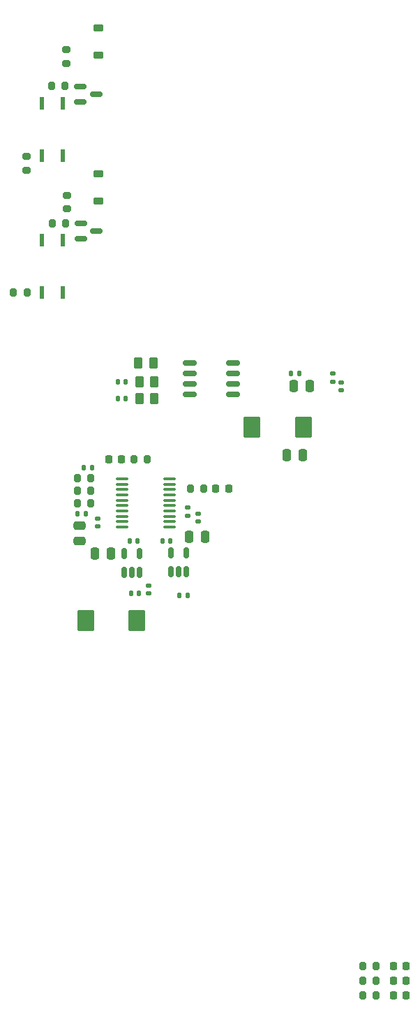
<source format=gbr>
%TF.GenerationSoftware,KiCad,Pcbnew,8.0.6*%
%TF.CreationDate,2024-12-05T11:31:46+01:00*%
%TF.ProjectId,BANBEL,42414e42-454c-42e6-9b69-6361645f7063,1.01*%
%TF.SameCoordinates,Original*%
%TF.FileFunction,Paste,Top*%
%TF.FilePolarity,Positive*%
%FSLAX46Y46*%
G04 Gerber Fmt 4.6, Leading zero omitted, Abs format (unit mm)*
G04 Created by KiCad (PCBNEW 8.0.6) date 2024-12-05 11:31:46*
%MOMM*%
%LPD*%
G01*
G04 APERTURE LIST*
G04 Aperture macros list*
%AMRoundRect*
0 Rectangle with rounded corners*
0 $1 Rounding radius*
0 $2 $3 $4 $5 $6 $7 $8 $9 X,Y pos of 4 corners*
0 Add a 4 corners polygon primitive as box body*
4,1,4,$2,$3,$4,$5,$6,$7,$8,$9,$2,$3,0*
0 Add four circle primitives for the rounded corners*
1,1,$1+$1,$2,$3*
1,1,$1+$1,$4,$5*
1,1,$1+$1,$6,$7*
1,1,$1+$1,$8,$9*
0 Add four rect primitives between the rounded corners*
20,1,$1+$1,$2,$3,$4,$5,0*
20,1,$1+$1,$4,$5,$6,$7,0*
20,1,$1+$1,$6,$7,$8,$9,0*
20,1,$1+$1,$8,$9,$2,$3,0*%
G04 Aperture macros list end*
%ADD10RoundRect,0.250000X0.250000X0.475000X-0.250000X0.475000X-0.250000X-0.475000X0.250000X-0.475000X0*%
%ADD11RoundRect,0.140000X0.170000X-0.140000X0.170000X0.140000X-0.170000X0.140000X-0.170000X-0.140000X0*%
%ADD12RoundRect,0.218750X0.218750X0.256250X-0.218750X0.256250X-0.218750X-0.256250X0.218750X-0.256250X0*%
%ADD13RoundRect,0.200000X0.200000X0.275000X-0.200000X0.275000X-0.200000X-0.275000X0.200000X-0.275000X0*%
%ADD14RoundRect,0.250000X0.787500X1.025000X-0.787500X1.025000X-0.787500X-1.025000X0.787500X-1.025000X0*%
%ADD15RoundRect,0.225000X-0.375000X0.225000X-0.375000X-0.225000X0.375000X-0.225000X0.375000X0.225000X0*%
%ADD16RoundRect,0.200000X-0.200000X-0.275000X0.200000X-0.275000X0.200000X0.275000X-0.200000X0.275000X0*%
%ADD17RoundRect,0.140000X0.140000X0.170000X-0.140000X0.170000X-0.140000X-0.170000X0.140000X-0.170000X0*%
%ADD18RoundRect,0.140000X-0.140000X-0.170000X0.140000X-0.170000X0.140000X0.170000X-0.140000X0.170000X0*%
%ADD19RoundRect,0.200000X0.275000X-0.200000X0.275000X0.200000X-0.275000X0.200000X-0.275000X-0.200000X0*%
%ADD20RoundRect,0.250000X-0.262500X-0.450000X0.262500X-0.450000X0.262500X0.450000X-0.262500X0.450000X0*%
%ADD21RoundRect,0.150000X0.150000X-0.512500X0.150000X0.512500X-0.150000X0.512500X-0.150000X-0.512500X0*%
%ADD22RoundRect,0.225000X-0.225000X-0.250000X0.225000X-0.250000X0.225000X0.250000X-0.225000X0.250000X0*%
%ADD23RoundRect,0.100000X0.637500X0.100000X-0.637500X0.100000X-0.637500X-0.100000X0.637500X-0.100000X0*%
%ADD24RoundRect,0.135000X0.135000X0.185000X-0.135000X0.185000X-0.135000X-0.185000X0.135000X-0.185000X0*%
%ADD25RoundRect,0.150000X-0.675000X-0.150000X0.675000X-0.150000X0.675000X0.150000X-0.675000X0.150000X0*%
%ADD26R,0.600000X1.500000*%
%ADD27RoundRect,0.225000X0.225000X0.250000X-0.225000X0.250000X-0.225000X-0.250000X0.225000X-0.250000X0*%
%ADD28RoundRect,0.250000X-0.475000X0.250000X-0.475000X-0.250000X0.475000X-0.250000X0.475000X0.250000X0*%
%ADD29RoundRect,0.150000X-0.587500X-0.150000X0.587500X-0.150000X0.587500X0.150000X-0.587500X0.150000X0*%
%ADD30RoundRect,0.140000X-0.170000X0.140000X-0.170000X-0.140000X0.170000X-0.140000X0.170000X0.140000X0*%
%ADD31RoundRect,0.250000X-0.250000X-0.475000X0.250000X-0.475000X0.250000X0.475000X-0.250000X0.475000X0*%
G04 APERTURE END LIST*
D10*
%TO.C,C4*%
X104249500Y-83058000D03*
X102349500Y-83058000D03*
%TD*%
D11*
%TO.C,C6*%
X85598000Y-99771000D03*
X85598000Y-98811000D03*
%TD*%
D12*
%TO.C,D2*%
X116840000Y-146812000D03*
X115265000Y-146812000D03*
%TD*%
D13*
%TO.C,R3*%
X113194600Y-145034000D03*
X111544600Y-145034000D03*
%TD*%
%TO.C,R4*%
X113194600Y-146812000D03*
X111544600Y-146812000D03*
%TD*%
%TO.C,R5*%
X113194600Y-148539200D03*
X111544600Y-148539200D03*
%TD*%
D14*
%TO.C,C1*%
X84138500Y-103124000D03*
X77913500Y-103124000D03*
%TD*%
D12*
%TO.C,D1*%
X116840000Y-145034000D03*
X115265000Y-145034000D03*
%TD*%
%TO.C,D3*%
X116840000Y-148590000D03*
X115265000Y-148590000D03*
%TD*%
D15*
%TO.C,D4*%
X79502000Y-31244000D03*
X79502000Y-34544000D03*
%TD*%
D16*
%TO.C,R8*%
X69138800Y-63296800D03*
X70788800Y-63296800D03*
%TD*%
%TO.C,R13*%
X76899000Y-88900000D03*
X78549000Y-88900000D03*
%TD*%
D17*
%TO.C,C10*%
X88209000Y-93395800D03*
X87249000Y-93395800D03*
%TD*%
D13*
%TO.C,R15*%
X85407000Y-83566000D03*
X83757000Y-83566000D03*
%TD*%
D18*
%TO.C,C3*%
X83241000Y-93395800D03*
X84201000Y-93395800D03*
%TD*%
D19*
%TO.C,R17*%
X75565000Y-35496000D03*
X75565000Y-33846000D03*
%TD*%
D20*
%TO.C,R2*%
X84431500Y-74168000D03*
X86256500Y-74168000D03*
%TD*%
D21*
%TO.C,U5*%
X88265000Y-97149500D03*
X89215000Y-97149500D03*
X90165000Y-97149500D03*
X90165000Y-94874500D03*
X88265000Y-94874500D03*
%TD*%
D16*
%TO.C,R14*%
X90615000Y-87122000D03*
X92265000Y-87122000D03*
%TD*%
D22*
%TO.C,C16*%
X93713000Y-87122000D03*
X95263000Y-87122000D03*
%TD*%
D23*
%TO.C,U3*%
X88079500Y-91748800D03*
X88079500Y-91098800D03*
X88079500Y-90448800D03*
X88079500Y-89798800D03*
X88079500Y-89148800D03*
X88079500Y-88498800D03*
X88079500Y-87848800D03*
X88079500Y-87198800D03*
X88079500Y-86548800D03*
X88079500Y-85898800D03*
X82354500Y-85898800D03*
X82354500Y-86548800D03*
X82354500Y-87198800D03*
X82354500Y-87848800D03*
X82354500Y-88498800D03*
X82354500Y-89148800D03*
X82354500Y-89798800D03*
X82354500Y-90448800D03*
X82354500Y-91098800D03*
X82354500Y-91748800D03*
%TD*%
D11*
%TO.C,C24*%
X107950000Y-74112000D03*
X107950000Y-73152000D03*
%TD*%
D17*
%TO.C,C2*%
X84399000Y-99745800D03*
X83439000Y-99745800D03*
%TD*%
D14*
%TO.C,C27*%
X104329500Y-79602000D03*
X98104500Y-79602000D03*
%TD*%
D20*
%TO.C,R6*%
X84328000Y-71882000D03*
X86153000Y-71882000D03*
%TD*%
D21*
%TO.C,U4*%
X82555000Y-97205800D03*
X83505000Y-97205800D03*
X84455000Y-97205800D03*
X84455000Y-94930800D03*
X82555000Y-94930800D03*
%TD*%
D24*
%TO.C,R16*%
X77980000Y-90170000D03*
X76960000Y-90170000D03*
%TD*%
D16*
%TO.C,R10*%
X76897000Y-87376000D03*
X78547000Y-87376000D03*
%TD*%
D25*
%TO.C,U1*%
X90593000Y-71856600D03*
X90593000Y-73126600D03*
X90593000Y-74396600D03*
X90593000Y-75666600D03*
X95843000Y-75666600D03*
X95843000Y-74396600D03*
X95843000Y-73126600D03*
X95843000Y-71856600D03*
%TD*%
D26*
%TO.C,U6*%
X72644000Y-63253400D03*
X75184000Y-63253400D03*
X75184000Y-56903400D03*
X72644000Y-56903400D03*
%TD*%
D27*
%TO.C,C17*%
X82296000Y-83566000D03*
X80746000Y-83566000D03*
%TD*%
D16*
%TO.C,R12*%
X73851000Y-54914800D03*
X75501000Y-54914800D03*
%TD*%
D28*
%TO.C,C13*%
X77216000Y-91572000D03*
X77216000Y-93472000D03*
%TD*%
D29*
%TO.C,Q2*%
X77345300Y-54879200D03*
X77345300Y-56779200D03*
X79220300Y-55829200D03*
%TD*%
D17*
%TO.C,C9*%
X90269000Y-99999800D03*
X89309000Y-99999800D03*
%TD*%
D11*
%TO.C,C15*%
X91567000Y-91053800D03*
X91567000Y-90093800D03*
%TD*%
D18*
%TO.C,C22*%
X81816000Y-74168000D03*
X82776000Y-74168000D03*
%TD*%
D16*
%TO.C,R18*%
X73788000Y-38227000D03*
X75438000Y-38227000D03*
%TD*%
D30*
%TO.C,C14*%
X90297000Y-89387800D03*
X90297000Y-90347800D03*
%TD*%
D18*
%TO.C,C23*%
X81844000Y-76200000D03*
X82804000Y-76200000D03*
%TD*%
D24*
%TO.C,R9*%
X78742000Y-84582000D03*
X77722000Y-84582000D03*
%TD*%
D31*
%TO.C,C26*%
X103190000Y-74676000D03*
X105090000Y-74676000D03*
%TD*%
D30*
%TO.C,C25*%
X108966000Y-74224000D03*
X108966000Y-75184000D03*
%TD*%
D15*
%TO.C,D5*%
X79502000Y-48896000D03*
X79502000Y-52196000D03*
%TD*%
D30*
%TO.C,C12*%
X79375000Y-90734000D03*
X79375000Y-91694000D03*
%TD*%
D18*
%TO.C,C28*%
X102870000Y-73152000D03*
X103830000Y-73152000D03*
%TD*%
D29*
%TO.C,Q3*%
X77294500Y-38293000D03*
X77294500Y-40193000D03*
X79169500Y-39243000D03*
%TD*%
D19*
%TO.C,R7*%
X70739000Y-48450000D03*
X70739000Y-46800000D03*
%TD*%
D10*
%TO.C,C8*%
X80960000Y-94996000D03*
X79060000Y-94996000D03*
%TD*%
D16*
%TO.C,R11*%
X76899000Y-85852000D03*
X78549000Y-85852000D03*
%TD*%
D31*
%TO.C,C11*%
X90490000Y-92964000D03*
X92390000Y-92964000D03*
%TD*%
D26*
%TO.C,U2*%
X72644000Y-46718000D03*
X75184000Y-46718000D03*
X75184000Y-40368000D03*
X72644000Y-40368000D03*
%TD*%
D20*
%TO.C,R1*%
X84429500Y-76200000D03*
X86254500Y-76200000D03*
%TD*%
D19*
%TO.C,R19*%
X75692000Y-53149000D03*
X75692000Y-51499000D03*
%TD*%
M02*

</source>
